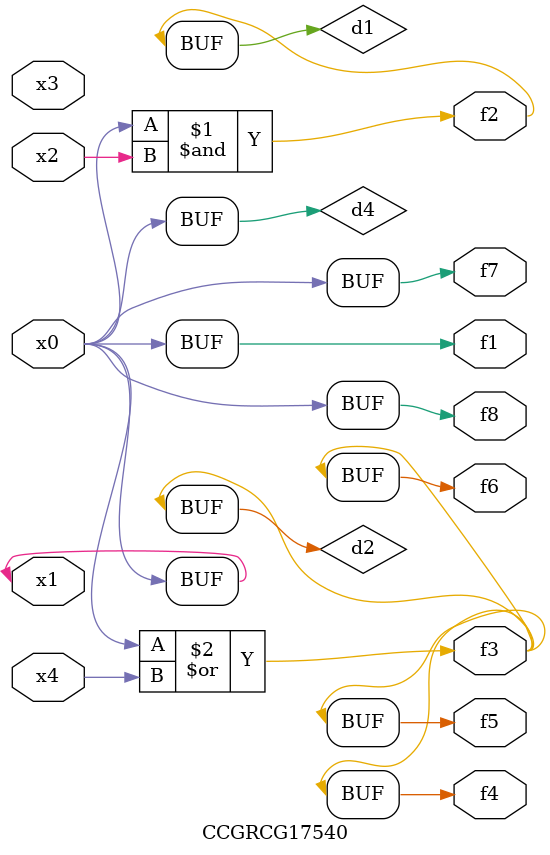
<source format=v>
module CCGRCG17540(
	input x0, x1, x2, x3, x4,
	output f1, f2, f3, f4, f5, f6, f7, f8
);

	wire d1, d2, d3, d4;

	and (d1, x0, x2);
	or (d2, x0, x4);
	nand (d3, x0, x2);
	buf (d4, x0, x1);
	assign f1 = d4;
	assign f2 = d1;
	assign f3 = d2;
	assign f4 = d2;
	assign f5 = d2;
	assign f6 = d2;
	assign f7 = d4;
	assign f8 = d4;
endmodule

</source>
